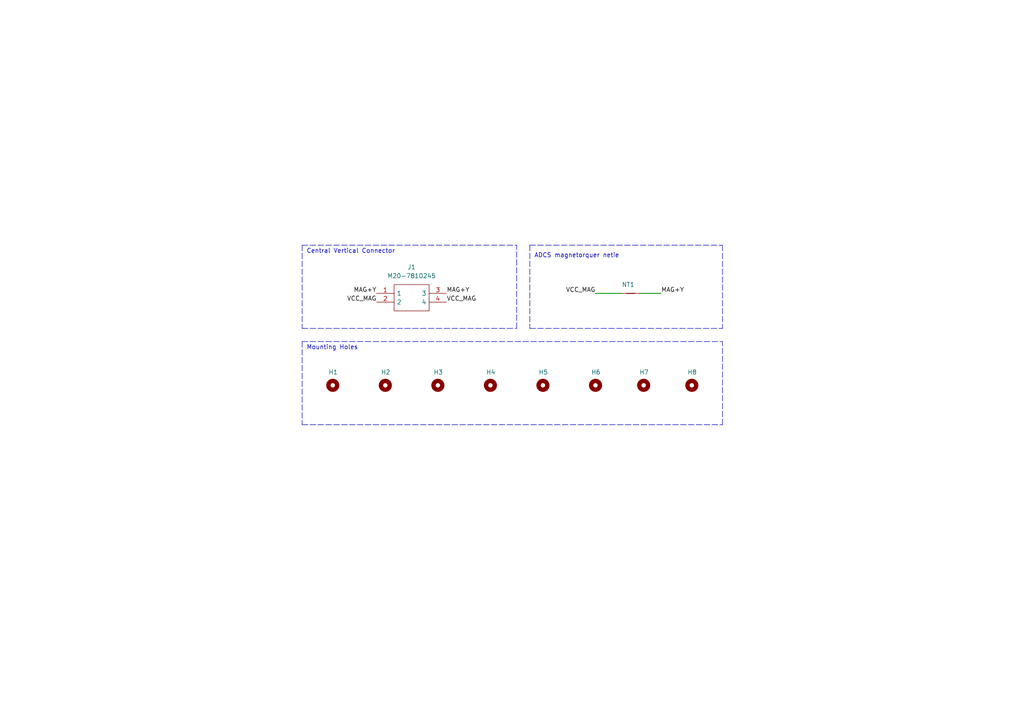
<source format=kicad_sch>
(kicad_sch (version 20211123) (generator eeschema)
  (paper "A4")
  (lib_symbols
    (symbol "Device:NetTie_2" (pin_numbers hide) (pin_names (offset 0) hide)
      (property "Reference" "NT" (at 0 1.27 0))
      (property "Value" "NetTie_2" (at 0 -1.27 0))
      (symbol "NetTie_2_0_1"
        (polyline (pts (xy -1.27 0) (xy 1.27 0)) (stroke (width 0.254)))
      )
      (symbol "NetTie_2_1_1"
        (pin passive line (at -2.54 0 0) (length 2.54) (name "1") (number "1"))
        (pin passive line (at 2.54 0 180) (length 2.54) (name "2") (number "2"))
      )
    )
    (symbol "Mechanical:MountingHole" (pin_names (offset 1.016))
      (property "Reference" "H" (at 0 5.08 0))
      (property "Value" "MountingHole" (at 0 3.175 0))
      (symbol "MountingHole_0_1"
        (circle (center 0 0) (radius 1.27) (stroke (width 1.27)))
      )
    )
    (symbol "SamacSys_Parts:M20-7810245" (pin_names (offset 0.762))
      (property "Reference" "J" (at 16.51 7.62 0))
      (property "Value" "M20-7810245" (at 16.51 5.08 0))
      (symbol "M20-7810245_0_0"
        (pin passive line (at 0 0 0) (length 5.08) (name "1") (number "1"))
        (pin passive line (at 0 -2.54 0) (length 5.08) (name "2") (number "2"))
        (pin passive line (at 20.32 0 180) (length 5.08) (name "3") (number "3"))
        (pin passive line (at 20.32 -2.54 180) (length 5.08) (name "4") (number "4"))
      )
      (symbol "M20-7810245_0_1"
        (polyline (pts (xy 5.08 2.54) (xy 15.24 2.54) (xy 15.24 -5.08) (xy 5.08 -5.08) (xy 5.08 2.54)) (stroke (width 0.1524)))
      )
    )
  )
  (polyline (pts (xy 87.63 71.12) (xy 149.86 71.12)))
  (wire (pts (xy 172.72 85.09) (xy 180.34 85.09)) (stroke (width 0.254)))
  (polyline (pts (xy 87.63 99.06) (xy 87.63 123.19)))
  (polyline (pts (xy 87.63 99.06) (xy 209.55 99.06)))
  (polyline (pts (xy 149.86 95.25) (xy 149.86 71.12)))
  (polyline (pts (xy 87.63 71.12) (xy 87.63 95.25)))
  (polyline (pts (xy 87.63 123.19) (xy 209.55 123.19)))
  (polyline (pts (xy 153.67 95.25) (xy 209.55 95.25)))
  (polyline (pts (xy 87.63 95.25) (xy 149.86 95.25)))
  (polyline (pts (xy 209.55 123.19) (xy 209.55 99.06)))
  (polyline (pts (xy 153.67 71.12) (xy 209.55 71.12)))
  (wire (pts (xy 191.77 85.09) (xy 185.42 85.09)) (stroke (width 0.254)))
  (polyline (pts (xy 209.55 71.12) (xy 209.55 95.25)))
  (polyline (pts (xy 153.67 71.12) (xy 153.67 95.25)))
  (text "Mounting Holes" (at 88.9 101.6 0) (effects (font (size 1.27 1.27)) (justify left bottom)))
  (text "ADCS magnetorquer netie" (at 154.94 74.93 0) (effects (font (size 1.27 1.27)) (justify left bottom)))
  (text "Central Vertical Connector\n" (at 88.9 73.66 0) (effects (font (size 1.27 1.27)) (justify left bottom)))
  (label "MAG+Y" (at 191.77 85.09 0))
  (label "MAG+Y" (at 129.54 85.09 0))
  (label "MAG+Y" (at 109.22 85.09 180))
  (label "VCC_MAG" (at 109.22 87.63 180))
  (label "VCC_MAG" (at 129.54 87.63 0))
  (label "VCC_MAG" (at 172.72 85.09 180))
  (symbol (lib_id "Mechanical:MountingHole") (at 127 111.76 0) (unit 1)
    (property "Reference" "H3" (at 125.73 107.95 0) (effects (justify left)))
    (property "Value" "MountingHole" (effects hide))
    (property "Footprint" "MountingHole:MountingHole_6.4mm_M6_DIN965" (effects hide))
  )
  (symbol (lib_id "Mechanical:MountingHole") (at 111.76 111.76 0) (unit 1)
    (property "Reference" "H2" (at 110.49 107.95 0) (effects (justify left)))
    (property "Value" "MountingHole" (effects hide))
    (property "Footprint" "MountingHole:MountingHole_6.4mm_M6_DIN965" (effects hide))
  )
  (symbol (lib_id "Mechanical:MountingHole") (at 142.24 111.76 0) (unit 1)
    (property "Reference" "H4" (at 140.97 107.95 0) (effects (justify left)))
    (property "Value" "MountingHole" (effects hide))
    (property "Footprint" "MountingHole:MountingHole_6.4mm_M6_DIN965" (effects hide))
  )
  (symbol (lib_id "Mechanical:MountingHole") (at 157.48 111.76 0) (unit 1)
    (property "Reference" "H5" (at 156.21 107.95 0) (effects (justify left)))
    (property "Value" "MountingHole" (effects hide))
    (property "Footprint" "MountingHole:MountingHole_2.2mm_M2_DIN965" (effects hide))
  )
  (symbol (lib_id "Mechanical:MountingHole") (at 172.72 111.76 0) (unit 1)
    (property "Reference" "H6" (at 171.45 107.95 0) (effects (justify left)))
    (property "Value" "MountingHole" (effects hide))
    (property "Footprint" "MountingHole:MountingHole_2.2mm_M2_DIN965" (effects hide))
  )
  (symbol (lib_id "SamacSys_Parts:M20-7810245") (at 109.22 85.09 0) (unit 1)
    (property "Reference" "J1" (at 119.38 77.47 0))
    (property "Value" "M20-7810245" (at 119.38 80.01 0))
    (property "Footprint" "M207810245" (effects hide))
    (property "Datasheet" "https://cdn.harwin.com/pdfs/M20-781.pdf" (effects hide))
    (property "Description" "2.54mm (0.1\") Pitch DIL SMT Dual Entry Socket Assembly, with locating pegs, selective gold + tin, 2+2 contacts" (effects hide))
    (property "Height" "4" (effects hide))
    (property "Manufacturer_Name" "Harwin" (effects hide))
    (property "Manufacturer_Part_Number" "M20-7810245" (effects hide))
    (property "Mouser Part Number" "855-M20-7810245" (effects hide))
    (property "Mouser Price/Stock" "https://www.mouser.co.uk/ProductDetail/Harwin/M20-7810245?qs=k41KVqW3ymrmTWhlQaDKTQ%3D%3D" (effects hide))
  )
  (symbol (lib_id "Device:NetTie_2") (at 182.88 85.09 0) (unit 1)
    (property "Reference" "NT1" (at 180.34 82.55 0) (effects (justify left)))
    (property "Value" "NetTie_2" (effects hide))
    (property "Footprint" "NetTie:NetTie-2_SMD_Pad0.5mm" (effects hide))
  )
  (symbol (lib_id "Mechanical:MountingHole") (at 200.66 111.76 0) (unit 1)
    (property "Reference" "H8" (at 199.39 107.95 0) (effects (justify left)))
    (property "Value" "MountingHole" (effects hide))
    (property "Footprint" "MountingHole:MountingHole_2.2mm_M2_DIN965" (effects hide))
  )
  (symbol (lib_id "Mechanical:MountingHole") (at 186.69 111.76 0) (unit 1)
    (property "Reference" "H7" (at 185.42 107.95 0) (effects (justify left)))
    (property "Value" "MountingHole" (effects hide))
    (property "Footprint" "MountingHole:MountingHole_2.2mm_M2_DIN965" (effects hide))
  )
  (symbol (lib_id "Mechanical:MountingHole") (at 96.52 111.76 0) (unit 1)
    (property "Reference" "H1" (at 95.25 107.95 0) (effects (justify left)))
    (property "Value" "MountingHole" (effects hide))
    (property "Footprint" "MountingHole:MountingHole_6.4mm_M6_DIN965" (effects hide))
  )
)
</source>
